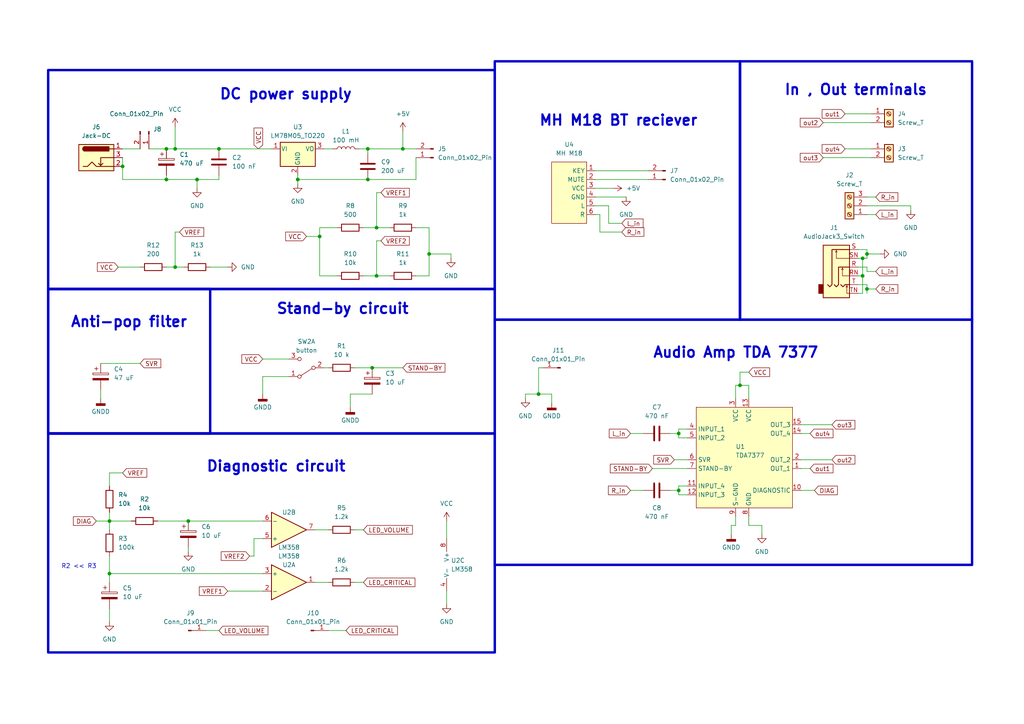
<source format=kicad_sch>
(kicad_sch (version 20230121) (generator eeschema)
  (paper "A4")
  (title_block (title "TDA7377 amp with bluetooth") (rev "1.0") (company "@sov"))
  (lib_symbols
    (symbol "Amplifier_Operational:LM358" (pin_names (offset 0.127))
      (property "Reference" "U" (at 0 5.08 0))
      (property "Value" "LM358" (at 0 -5.08 0))
      (symbol "LM358_1_1"
        (polyline (pts (xy -5.08 5.08) (xy 5.08 0) (xy -5.08 -5.08) (xy -5.08 5.08)) (stroke (width 0.254)) (fill (type background)))
        (pin output line (at 7.62 0 180) (length 2.54) (name "~") (number "1"))
        (pin input line (at -7.62 -2.54 0) (length 2.54) (name "-") (number "2"))
        (pin input line (at -7.62 2.54 0) (length 2.54) (name "+") (number "3"))
      )
      (symbol "LM358_2_1"
        (polyline (pts (xy -5.08 5.08) (xy 5.08 0) (xy -5.08 -5.08) (xy -5.08 5.08)) (stroke (width 0.254)) (fill (type background)))
        (pin input line (at -7.62 2.54 0) (length 2.54) (name "+") (number "5"))
        (pin input line (at -7.62 -2.54 0) (length 2.54) (name "-") (number "6"))
        (pin output line (at 7.62 0 180) (length 2.54) (name "~") (number "7"))
      )
      (symbol "LM358_3_1"
        (pin power_in line (at -2.54 -7.62 90) (length 3.81) (name "V-") (number "4"))
        (pin power_in line (at -2.54 7.62 270) (length 3.81) (name "V+") (number "8"))
      )
    )
    (symbol "Connector:Barrel_Jack_Switch" (pin_names hide)
      (property "Reference" "J" (at 0 5.334 0))
      (property "Value" "Barrel_Jack_Switch" (at 0 -5.08 0))
      (symbol "Barrel_Jack_Switch_0_1"
        (rectangle (start -5.08 3.81) (end 5.08 -3.81) (stroke (width 0.254)) (fill (type background)))
        (arc (start -3.302 3.175) (mid -3.9343 2.54) (end -3.302 1.905) (stroke (width 0.254)))
        (arc (start -3.302 3.175) (mid -3.9343 2.54) (end -3.302 1.905) (stroke (width 0.254)) (fill (type outline)))
        (polyline (pts (xy 1.27 -2.286) (xy 1.905 -1.651)) (stroke (width 0.254)))
        (polyline (pts (xy 5.08 2.54) (xy 3.81 2.54)) (stroke (width 0.254)))
        (polyline (pts (xy 5.08 0) (xy 1.27 0) (xy 1.27 -2.286) (xy 0.635 -1.651)) (stroke (width 0.254)))
        (polyline (pts (xy -3.81 -2.54) (xy -2.54 -2.54) (xy -1.27 -1.27) (xy 0 -2.54) (xy 2.54 -2.54) (xy 5.08 -2.54)) (stroke (width 0.254)))
        (rectangle (start 3.683 3.175) (end -3.302 1.905) (stroke (width 0.254)) (fill (type outline)))
      )
      (symbol "Barrel_Jack_Switch_1_1"
        (pin passive line (at 7.62 2.54 180) (length 2.54) (name "~") (number "1"))
        (pin passive line (at 7.62 -2.54 180) (length 2.54) (name "~") (number "2"))
        (pin passive line (at 7.62 0 180) (length 2.54) (name "~") (number "3"))
      )
    )
    (symbol "Connector:Conn_01x01_Pin" (pin_names (offset 1.016) hide)
      (property "Reference" "J" (at 0 2.54 0))
      (property "Value" "Conn_01x01_Pin" (at 0 -2.54 0))
      (symbol "Conn_01x01_Pin_1_1"
        (polyline (pts (xy 1.27 0) (xy 0.8636 0)) (stroke (width 0.1524)))
        (rectangle (start 0.8636 0.127) (end 0 -0.127) (stroke (width 0.1524)) (fill (type outline)))
        (pin passive line (at 5.08 0 180) (length 3.81) (name "Pin_1") (number "1"))
      )
    )
    (symbol "Connector:Conn_01x02_Pin" (pin_names (offset 1.016) hide)
      (property "Reference" "J" (at 0 2.54 0))
      (property "Value" "Conn_01x02_Pin" (at 0 -5.08 0))
      (symbol "Conn_01x02_Pin_1_1"
        (polyline (pts (xy 1.27 -2.54) (xy 0.8636 -2.54)) (stroke (width 0.1524)))
        (polyline (pts (xy 1.27 0) (xy 0.8636 0)) (stroke (width 0.1524)))
        (rectangle (start 0.8636 -2.413) (end 0 -2.667) (stroke (width 0.1524)) (fill (type outline)))
        (rectangle (start 0.8636 0.127) (end 0 -0.127) (stroke (width 0.1524)) (fill (type outline)))
        (pin passive line (at 5.08 0 180) (length 3.81) (name "Pin_1") (number "1"))
        (pin passive line (at 5.08 -2.54 180) (length 3.81) (name "Pin_2") (number "2"))
      )
    )
    (symbol "Connector:Screw_Terminal_01x02" (pin_names (offset 1.016) hide)
      (property "Reference" "J" (at 0 2.54 0))
      (property "Value" "Screw_Terminal_01x02" (at 0 -5.08 0))
      (symbol "Screw_Terminal_01x02_1_1"
        (rectangle (start -1.27 1.27) (end 1.27 -3.81) (stroke (width 0.254)) (fill (type background)))
        (circle (center 0 -2.54) (radius 0.635) (stroke (width 0.1524)))
        (polyline (pts (xy -0.5334 -2.2098) (xy 0.3302 -3.048)) (stroke (width 0.1524)))
        (polyline (pts (xy -0.5334 0.3302) (xy 0.3302 -0.508)) (stroke (width 0.1524)))
        (polyline (pts (xy -0.3556 -2.032) (xy 0.508 -2.8702)) (stroke (width 0.1524)))
        (polyline (pts (xy -0.3556 0.508) (xy 0.508 -0.3302)) (stroke (width 0.1524)))
        (circle (center 0 0) (radius 0.635) (stroke (width 0.1524)))
        (pin passive line (at -5.08 0 0) (length 3.81) (name "Pin_1") (number "1"))
        (pin passive line (at -5.08 -2.54 0) (length 3.81) (name "Pin_2") (number "2"))
      )
    )
    (symbol "Connector:Screw_Terminal_01x03" (pin_names (offset 1.016) hide)
      (property "Reference" "J" (at 0 5.08 0))
      (property "Value" "Screw_Terminal_01x03" (at 0 -5.08 0))
      (symbol "Screw_Terminal_01x03_1_1"
        (rectangle (start -1.27 3.81) (end 1.27 -3.81) (stroke (width 0.254)) (fill (type background)))
        (circle (center 0 -2.54) (radius 0.635) (stroke (width 0.1524)))
        (polyline (pts (xy -0.5334 -2.2098) (xy 0.3302 -3.048)) (stroke (width 0.1524)))
        (polyline (pts (xy -0.5334 0.3302) (xy 0.3302 -0.508)) (stroke (width 0.1524)))
        (polyline (pts (xy -0.5334 2.8702) (xy 0.3302 2.032)) (stroke (width 0.1524)))
        (polyline (pts (xy -0.3556 -2.032) (xy 0.508 -2.8702)) (stroke (width 0.1524)))
        (polyline (pts (xy -0.3556 0.508) (xy 0.508 -0.3302)) (stroke (width 0.1524)))
        (polyline (pts (xy -0.3556 3.048) (xy 0.508 2.2098)) (stroke (width 0.1524)))
        (circle (center 0 0) (radius 0.635) (stroke (width 0.1524)))
        (circle (center 0 2.54) (radius 0.635) (stroke (width 0.1524)))
        (pin passive line (at -5.08 2.54 0) (length 3.81) (name "Pin_1") (number "1"))
        (pin passive line (at -5.08 0 0) (length 3.81) (name "Pin_2") (number "2"))
        (pin passive line (at -5.08 -2.54 0) (length 3.81) (name "Pin_3") (number "3"))
      )
    )
    (symbol "Connector_Audio:AudioJack3_Switch"
      (property "Reference" "J" (at 0 11.43 0))
      (property "Value" "AudioJack3_Switch" (at 0 8.89 0))
      (symbol "AudioJack3_Switch_0_1"
        (rectangle (start -5.08 -5.08) (end -6.35 -7.62) (stroke (width 0.254)) (fill (type outline)))
        (polyline (pts (xy -1.27 4.826) (xy -1.016 4.318)))
        (polyline (pts (xy 0.508 -0.254) (xy 0.762 -0.762)))
        (polyline (pts (xy 1.778 -5.334) (xy 2.032 -5.842)))
        (polyline (pts (xy 0 -5.08) (xy 0.635 -5.715) (xy 1.27 -5.08) (xy 2.54 -5.08)) (stroke (width 0.254)))
        (polyline (pts (xy 2.54 -7.62) (xy 1.778 -7.62) (xy 1.778 -5.334) (xy 1.524 -5.842)))
        (polyline (pts (xy 2.54 -2.54) (xy 0.508 -2.54) (xy 0.508 -0.254) (xy 0.254 -0.762)))
        (polyline (pts (xy 2.54 2.54) (xy -1.27 2.54) (xy -1.27 4.826) (xy -1.524 4.318)))
        (polyline (pts (xy -1.905 -5.08) (xy -1.27 -5.715) (xy -0.635 -5.08) (xy -0.635 0) (xy 2.54 0)) (stroke (width 0.254)))
        (polyline (pts (xy 2.54 5.08) (xy -2.54 5.08) (xy -2.54 -5.08) (xy -3.175 -5.715) (xy -3.81 -5.08)) (stroke (width 0.254)))
        (rectangle (start 2.54 6.35) (end -5.08 -8.89) (stroke (width 0.254)) (fill (type background)))
      )
      (symbol "AudioJack3_Switch_1_1"
        (pin passive line (at 5.08 0 180) (length 2.54) (name "~") (number "R"))
        (pin passive line (at 5.08 -2.54 180) (length 2.54) (name "~") (number "RN"))
        (pin passive line (at 5.08 5.08 180) (length 2.54) (name "~") (number "S"))
        (pin passive line (at 5.08 2.54 180) (length 2.54) (name "~") (number "SN"))
        (pin passive line (at 5.08 -5.08 180) (length 2.54) (name "~") (number "T"))
        (pin passive line (at 5.08 -7.62 180) (length 2.54) (name "~") (number "TN"))
      )
    )
    (symbol "Device:C" (pin_numbers hide) (pin_names (offset 0.254))
      (property "Reference" "C" (at 0.635 2.54 0))
      (property "Value" "C" (at 0.635 -2.54 0))
      (symbol "C_0_1"
        (polyline (pts (xy -2.032 -0.762) (xy 2.032 -0.762)) (stroke (width 0.508)))
        (polyline (pts (xy -2.032 0.762) (xy 2.032 0.762)) (stroke (width 0.508)))
      )
      (symbol "C_1_1"
        (pin passive line (at 0 3.81 270) (length 2.794) (name "~") (number "1"))
        (pin passive line (at 0 -3.81 90) (length 2.794) (name "~") (number "2"))
      )
    )
    (symbol "Device:C_Polarized" (pin_numbers hide) (pin_names (offset 0.254))
      (property "Reference" "C" (at 0.635 2.54 0))
      (property "Value" "C_Polarized" (at 0.635 -2.54 0))
      (symbol "C_Polarized_0_1"
        (rectangle (start -2.286 0.508) (end 2.286 1.016))
        (polyline (pts (xy -1.778 2.286) (xy -0.762 2.286)))
        (polyline (pts (xy -1.27 2.794) (xy -1.27 1.778)))
        (rectangle (start 2.286 -0.508) (end -2.286 -1.016) (fill (type outline)))
      )
      (symbol "C_Polarized_1_1"
        (pin passive line (at 0 3.81 270) (length 2.794) (name "~") (number "1"))
        (pin passive line (at 0 -3.81 90) (length 2.794) (name "~") (number "2"))
      )
    )
    (symbol "Device:L" (pin_numbers hide) (pin_names (offset 1.016) hide)
      (property "Reference" "L" (at -1.27 0 90))
      (property "Value" "L" (at 1.905 0 90))
      (symbol "L_0_1"
        (arc (start 0 -2.54) (mid 0.6323 -1.905) (end 0 -1.27))
        (arc (start 0 -1.27) (mid 0.6323 -0.635) (end 0 0))
        (arc (start 0 0) (mid 0.6323 0.635) (end 0 1.27))
        (arc (start 0 1.27) (mid 0.6323 1.905) (end 0 2.54))
      )
      (symbol "L_1_1"
        (pin passive line (at 0 3.81 270) (length 1.27) (name "1") (number "1"))
        (pin passive line (at 0 -3.81 90) (length 1.27) (name "2") (number "2"))
      )
    )
    (symbol "Device:R" (pin_numbers hide) (pin_names (offset 0))
      (property "Reference" "R" (at 2.032 0 90))
      (property "Value" "R" (at 0 0 90))
      (symbol "R_0_1"
        (rectangle (start -1.016 -2.54) (end 1.016 2.54) (stroke (width 0.254)))
      )
      (symbol "R_1_1"
        (pin passive line (at 0 3.81 270) (length 1.27) (name "~") (number "1"))
        (pin passive line (at 0 -3.81 90) (length 1.27) (name "~") (number "2"))
      )
    )
    (symbol "MH:M18"
      (property "Reference" "U" (at 0 0 0))
      (property "Value" "MH M18" (at -5.08 -10.16 0))
      (symbol "M18_0_0"
        (pin input line (at 7.62 -3.81 180) (length 2.54) (name "KEY") (number "1"))
        (pin input line (at 7.62 -6.35 180) (length 2.54) (name "MUTE") (number "2"))
        (pin input line (at 7.62 -8.89 180) (length 2.54) (name "VCC") (number "3"))
        (pin input line (at 7.62 -11.43 180) (length 2.54) (name "GND") (number "4"))
        (pin input line (at 7.62 -13.97 180) (length 2.54) (name "L") (number "5"))
        (pin input line (at 7.62 -16.51 180) (length 2.54) (name "R") (number "6"))
      )
      (symbol "M18_1_1"
        (rectangle (start -5.08 -1.27) (end 5.08 -19.05) (fill (type background)))
      )
    )
    (symbol "Regulator_Linear:LM78M05_TO220" (pin_names (offset 0.254))
      (property "Reference" "U" (at -3.81 3.175 0))
      (property "Value" "LM78M05_TO220" (at 0 3.175 0))
      (symbol "LM78M05_TO220_0_1"
        (rectangle (start -5.08 1.905) (end 5.08 -5.08) (stroke (width 0.254)) (fill (type background)))
      )
      (symbol "LM78M05_TO220_1_1"
        (pin power_in line (at -7.62 0 0) (length 2.54) (name "VI") (number "1"))
        (pin power_in line (at 0 -7.62 90) (length 2.54) (name "GND") (number "2"))
        (pin power_out line (at 7.62 0 180) (length 2.54) (name "VO") (number "3"))
      )
    )
    (symbol "Switch:SW_DPDT_x2" (pin_names (offset 0) hide)
      (property "Reference" "SW" (at 0 4.318 0))
      (property "Value" "SW_DPDT_x2" (at 0 -5.08 0))
      (symbol "SW_DPDT_x2_0_0"
        (circle (center -2.032 0) (radius 0.508))
        (circle (center 2.032 -2.54) (radius 0.508))
      )
      (symbol "SW_DPDT_x2_0_1"
        (polyline (pts (xy -1.524 0.254) (xy 1.651 2.286)))
        (circle (center 2.032 2.54) (radius 0.508))
      )
      (symbol "SW_DPDT_x2_1_1"
        (pin passive line (at 5.08 2.54 180) (length 2.54) (name "A") (number "1"))
        (pin passive line (at -5.08 0 0) (length 2.54) (name "B") (number "2"))
        (pin passive line (at 5.08 -2.54 180) (length 2.54) (name "C") (number "3"))
      )
      (symbol "SW_DPDT_x2_2_1"
        (pin passive line (at 5.08 2.54 180) (length 2.54) (name "A") (number "4"))
        (pin passive line (at -5.08 0 0) (length 2.54) (name "B") (number "5"))
        (pin passive line (at 5.08 -2.54 180) (length 2.54) (name "C") (number "6"))
      )
    )
    (symbol "TDA7377:TDA7377"
      (property "Reference" "U" (at 2.54 1.27 0))
      (property "Value" "TDA7377" (at 2.54 -2.54 0))
      (symbol "TDA7377_0_0"
        (pin output line (at 17.78 -5.08 180) (length 2.54) (name "OUT_1") (number "1"))
        (pin output line (at 17.78 -11.43 180) (length 2.54) (name "DIAGNOSTIC") (number "10"))
        (pin input line (at -15.24 -10.16 0) (length 2.54) (name "INPUT_4") (number "11"))
        (pin input line (at -15.24 -12.7 0) (length 2.54) (name "INPUT_3") (number "12"))
        (pin power_in line (at 2.54 15.24 270) (length 2.54) (name "VCC") (number "13"))
        (pin output line (at 17.78 5.08 180) (length 2.54) (name "OUT_4") (number "14"))
        (pin output line (at 17.78 7.62 180) (length 2.54) (name "OUT_3") (number "15"))
        (pin output line (at 17.78 -2.54 180) (length 2.54) (name "OUT_2") (number "2"))
        (pin power_in line (at -1.27 15.24 270) (length 2.54) (name "VCC") (number "3"))
        (pin input line (at -15.24 6.35 0) (length 2.54) (name "INPUT_1") (number "4"))
        (pin input line (at -15.24 3.81 0) (length 2.54) (name "INPUT_2") (number "5"))
        (pin bidirectional line (at -15.24 -2.54 0) (length 2.54) (name "SVR") (number "6"))
        (pin input line (at -15.24 -5.08 0) (length 2.54) (name "STAND-BY") (number "7"))
        (pin power_in line (at 2.54 -19.05 90) (length 2.54) (name "GND") (number "8"))
        (pin power_in line (at -1.27 -19.05 90) (length 2.54) (name "S-GND") (number "9"))
      )
      (symbol "TDA7377_1_1"
        (rectangle (start -12.7 12.7) (end 15.24 -16.51) (fill (type background)))
      )
    )
    (symbol "power:+5V" (power) (pin_names (offset 0))
      (property "Value" "+5V" (at 0 3.556 0))
      (symbol "+5V_0_1"
        (polyline (pts (xy -0.762 1.27) (xy 0 2.54)))
        (polyline (pts (xy 0 0) (xy 0 2.54)))
        (polyline (pts (xy 0 2.54) (xy 0.762 1.27)))
      )
      (symbol "+5V_1_1"
        (pin power_in line (at 0 0 90) (length 0) hide (name "+5V") (number "1"))
      )
    )
    (symbol "power:GND" (power) (pin_names (offset 0))
      (property "Value" "GND" (at 0 -3.81 0))
      (symbol "GND_0_1"
        (polyline (pts (xy 0 0) (xy 0 -1.27) (xy 1.27 -1.27) (xy 0 -2.54) (xy -1.27 -1.27) (xy 0 -1.27)))
      )
      (symbol "GND_1_1"
        (pin power_in line (at 0 0 270) (length 0) hide (name "GND") (number "1"))
      )
    )
    (symbol "power:GNDD" (power) (pin_names (offset 0))
      (property "Value" "GNDD" (at 0 -3.175 0))
      (symbol "GNDD_0_1"
        (rectangle (start -1.27 -1.524) (end 1.27 -2.032) (stroke (width 0.254)) (fill (type outline)))
        (polyline (pts (xy 0 0) (xy 0 -1.524)))
      )
      (symbol "GNDD_1_1"
        (pin power_in line (at 0 0 270) (length 0) hide (name "GNDD") (number "1"))
      )
    )
    (symbol "power:VCC" (power) (pin_names (offset 0))
      (property "Value" "VCC" (at 0 3.81 0))
      (symbol "VCC_0_1"
        (polyline (pts (xy -0.762 1.27) (xy 0 2.54)))
        (polyline (pts (xy 0 0) (xy 0 2.54)))
        (polyline (pts (xy 0 2.54) (xy 0.762 1.27)))
      )
      (symbol "VCC_1_1"
        (pin power_in line (at 0 0 90) (length 0) hide (name "VCC") (number "1"))
      )
    )
  )
  (junction (at 196.85 125.73))
  (junction (at 86.36 52.07))
  (junction (at 109.22 80.01))
  (junction (at 109.22 66.04))
  (junction (at 116.84 43.18))
  (junction (at 251.46 83.82))
  (junction (at 250.19 80.01))
  (junction (at 196.85 142.24))
  (junction (at 48.26 43.18))
  (junction (at 107.95 106.68))
  (junction (at 106.68 43.18))
  (junction (at 63.5 43.18))
  (junction (at 35.56 48.26))
  (junction (at 251.46 73.66))
  (junction (at 214.63 111.76))
  (junction (at 92.71 68.58))
  (junction (at 48.26 52.07))
  (junction (at 50.8 43.18))
  (junction (at 54.61 151.13))
  (junction (at 156.21 114.3))
  (junction (at 50.8 77.47))
  (junction (at 31.75 166.37))
  (junction (at 57.15 52.07))
  (junction (at 31.75 151.13))
  (junction (at 106.68 52.07))
  (junction (at 250.19 74.93))
  (junction (at 124.46 73.66))
  (wire (pts (xy 182.88 125.73) (xy 186.69 125.73)))
  (wire (pts (xy 92.71 66.04) (xy 97.79 66.04)))
  (wire (pts (xy 199.39 127) (xy 196.85 127)))
  (wire (pts (xy 105.41 80.01) (xy 109.22 80.01)))
  (wire (pts (xy 106.68 43.18) (xy 106.68 44.45)))
  (wire (pts (xy 76.2 109.22) (xy 76.2 114.3)))
  (wire (pts (xy 45.72 151.13) (xy 54.61 151.13)))
  (wire (pts (xy 93.98 43.18) (xy 96.52 43.18)))
  (wire (pts (xy 63.5 52.07) (xy 63.5 50.8)))
  (wire (pts (xy 52.07 67.31) (xy 50.8 67.31)))
  (wire (pts (xy 172.72 59.69) (xy 176.53 59.69)))
  (wire (pts (xy 106.68 52.07) (xy 120.65 52.07)))
  (wire (pts (xy 251.46 59.69) (xy 264.16 59.69)))
  (wire (pts (xy 172.72 49.53) (xy 187.96 49.53)))
  (wire (pts (xy 214.63 107.95) (xy 214.63 111.76)))
  (wire (pts (xy 31.75 166.37) (xy 76.2 166.37)))
  (wire (pts (xy 120.65 80.01) (xy 124.46 80.01)))
  (wire (pts (xy 63.5 43.18) (xy 78.74 43.18)))
  (wire (pts (xy 251.46 73.66) (xy 251.46 74.93)))
  (wire (pts (xy 248.92 82.55) (xy 251.46 82.55)))
  (wire (pts (xy 199.39 143.51) (xy 196.85 143.51)))
  (wire (pts (xy 86.36 50.8) (xy 86.36 52.07)))
  (wire (pts (xy 91.44 168.91) (xy 95.25 168.91)))
  (wire (pts (xy 57.15 52.07) (xy 63.5 52.07)))
  (wire (pts (xy 248.92 72.39) (xy 251.46 72.39)))
  (wire (pts (xy 196.85 142.24) (xy 196.85 140.97)))
  (wire (pts (xy 116.84 43.18) (xy 120.65 43.18)))
  (wire (pts (xy 102.87 168.91) (xy 105.41 168.91)))
  (wire (pts (xy 66.04 171.45) (xy 76.2 171.45)))
  (wire (pts (xy 248.92 85.09) (xy 250.19 85.09)))
  (wire (pts (xy 213.36 111.76) (xy 213.36 115.57)))
  (wire (pts (xy 129.54 171.45) (xy 129.54 175.26)))
  (wire (pts (xy 173.99 67.31) (xy 180.34 67.31)))
  (wire (pts (xy 217.17 149.86) (xy 217.17 152.4)))
  (wire (pts (xy 48.26 52.07) (xy 57.15 52.07)))
  (wire (pts (xy 73.66 156.21) (xy 73.66 161.29)))
  (wire (pts (xy 212.09 154.94) (xy 212.09 152.4)))
  (wire (pts (xy 27.94 151.13) (xy 31.75 151.13)))
  (wire (pts (xy 31.75 161.29) (xy 31.75 166.37)))
  (wire (pts (xy 35.56 137.16) (xy 31.75 137.16)))
  (wire (pts (xy 196.85 125.73) (xy 196.85 124.46)))
  (wire (pts (xy 232.41 125.73) (xy 234.95 125.73)))
  (wire (pts (xy 248.92 74.93) (xy 250.19 74.93)))
  (wire (pts (xy 196.85 127) (xy 196.85 125.73)))
  (wire (pts (xy 48.26 77.47) (xy 50.8 77.47)))
  (wire (pts (xy 50.8 77.47) (xy 53.34 77.47)))
  (wire (pts (xy 176.53 64.77) (xy 180.34 64.77)))
  (wire (pts (xy 50.8 43.18) (xy 63.5 43.18)))
  (wire (pts (xy 95.25 182.88) (xy 100.33 182.88)))
  (wire (pts (xy 196.85 143.51) (xy 196.85 142.24)))
  (wire (pts (xy 195.58 133.35) (xy 199.39 133.35)))
  (wire (pts (xy 110.49 69.85) (xy 109.22 69.85)))
  (wire (pts (xy 172.72 52.07) (xy 187.96 52.07)))
  (wire (pts (xy 92.71 68.58) (xy 92.71 80.01)))
  (wire (pts (xy 43.18 43.18) (xy 48.26 43.18)))
  (wire (pts (xy 251.46 57.15) (xy 254 57.15)))
  (wire (pts (xy 248.92 77.47) (xy 251.46 77.47)))
  (wire (pts (xy 48.26 50.8) (xy 48.26 52.07)))
  (wire (pts (xy 101.6 114.3) (xy 101.6 118.11)))
  (wire (pts (xy 31.75 176.53) (xy 31.75 180.34)))
  (wire (pts (xy 217.17 115.57) (xy 217.17 111.76)))
  (wire (pts (xy 107.95 114.3) (xy 101.6 114.3)))
  (wire (pts (xy 251.46 62.23) (xy 254 62.23)))
  (wire (pts (xy 107.95 106.68) (xy 116.84 106.68)))
  (wire (pts (xy 86.36 52.07) (xy 86.36 53.34)))
  (wire (pts (xy 34.29 77.47) (xy 40.64 77.47)))
  (wire (pts (xy 93.98 106.68) (xy 95.25 106.68)))
  (wire (pts (xy 29.21 105.41) (xy 40.64 105.41)))
  (wire (pts (xy 35.56 45.72) (xy 35.56 48.26)))
  (wire (pts (xy 189.23 135.89) (xy 199.39 135.89)))
  (wire (pts (xy 194.31 142.24) (xy 196.85 142.24)))
  (wire (pts (xy 232.41 142.24) (xy 236.22 142.24)))
  (wire (pts (xy 212.09 152.4) (xy 213.36 152.4)))
  (wire (pts (xy 156.21 106.68) (xy 156.21 114.3)))
  (wire (pts (xy 124.46 73.66) (xy 124.46 66.04)))
  (wire (pts (xy 102.87 106.68) (xy 107.95 106.68)))
  (wire (pts (xy 251.46 77.47) (xy 251.46 78.74)))
  (wire (pts (xy 250.19 74.93) (xy 250.19 80.01)))
  (wire (pts (xy 50.8 36.83) (xy 50.8 43.18)))
  (wire (pts (xy 130.81 74.93) (xy 130.81 73.66)))
  (wire (pts (xy 76.2 156.21) (xy 73.66 156.21)))
  (wire (pts (xy 109.22 55.88) (xy 109.22 66.04)))
  (wire (pts (xy 196.85 140.97) (xy 199.39 140.97)))
  (wire (pts (xy 124.46 66.04) (xy 120.65 66.04)))
  (wire (pts (xy 124.46 80.01) (xy 124.46 73.66)))
  (wire (pts (xy 251.46 83.82) (xy 254 83.82)))
  (wire (pts (xy 54.61 151.13) (xy 76.2 151.13)))
  (wire (pts (xy 245.11 33.02) (xy 252.73 33.02)))
  (wire (pts (xy 73.66 161.29) (xy 72.39 161.29)))
  (wire (pts (xy 109.22 66.04) (xy 113.03 66.04)))
  (wire (pts (xy 217.17 107.95) (xy 214.63 107.95)))
  (wire (pts (xy 264.16 59.69) (xy 264.16 60.96)))
  (wire (pts (xy 76.2 104.14) (xy 83.82 104.14)))
  (wire (pts (xy 31.75 151.13) (xy 31.75 153.67)))
  (wire (pts (xy 91.44 153.67) (xy 95.25 153.67)))
  (wire (pts (xy 50.8 67.31) (xy 50.8 77.47)))
  (wire (pts (xy 35.56 48.26) (xy 35.56 52.07)))
  (wire (pts (xy 217.17 111.76) (xy 214.63 111.76)))
  (wire (pts (xy 130.81 73.66) (xy 124.46 73.66)))
  (wire (pts (xy 88.9 68.58) (xy 92.71 68.58)))
  (wire (pts (xy 156.21 114.3) (xy 152.4 114.3)))
  (wire (pts (xy 232.41 133.35) (xy 241.3 133.35)))
  (wire (pts (xy 54.61 158.75) (xy 54.61 160.02)))
  (wire (pts (xy 157.48 106.68) (xy 156.21 106.68)))
  (wire (pts (xy 196.85 124.46) (xy 199.39 124.46)))
  (wire (pts (xy 60.96 77.47) (xy 66.04 77.47)))
  (wire (pts (xy 110.49 55.88) (xy 109.22 55.88)))
  (wire (pts (xy 92.71 80.01) (xy 97.79 80.01)))
  (wire (pts (xy 238.76 35.56) (xy 252.73 35.56)))
  (wire (pts (xy 245.11 43.18) (xy 252.73 43.18)))
  (wire (pts (xy 182.88 142.24) (xy 186.69 142.24)))
  (wire (pts (xy 86.36 52.07) (xy 106.68 52.07)))
  (wire (pts (xy 160.02 116.84) (xy 160.02 114.3)))
  (wire (pts (xy 172.72 62.23) (xy 173.99 62.23)))
  (wire (pts (xy 104.14 43.18) (xy 106.68 43.18)))
  (wire (pts (xy 217.17 152.4) (xy 220.98 152.4)))
  (wire (pts (xy 213.36 149.86) (xy 213.36 152.4)))
  (wire (pts (xy 57.15 52.07) (xy 57.15 54.61)))
  (wire (pts (xy 35.56 43.18) (xy 40.64 43.18)))
  (wire (pts (xy 194.31 125.73) (xy 196.85 125.73)))
  (wire (pts (xy 31.75 148.59) (xy 31.75 151.13)))
  (wire (pts (xy 173.99 67.31) (xy 173.99 62.23)))
  (wire (pts (xy 29.21 113.03) (xy 29.21 115.57)))
  (wire (pts (xy 92.71 66.04) (xy 92.71 68.58)))
  (wire (pts (xy 238.76 45.72) (xy 252.73 45.72)))
  (wire (pts (xy 31.75 137.16) (xy 31.75 140.97)))
  (wire (pts (xy 59.69 182.88) (xy 63.5 182.88)))
  (wire (pts (xy 232.41 123.19) (xy 241.3 123.19)))
  (wire (pts (xy 176.53 59.69) (xy 176.53 64.77)))
  (wire (pts (xy 105.41 66.04) (xy 109.22 66.04)))
  (wire (pts (xy 83.82 109.22) (xy 76.2 109.22)))
  (wire (pts (xy 220.98 152.4) (xy 220.98 154.94)))
  (wire (pts (xy 102.87 153.67) (xy 105.41 153.67)))
  (wire (pts (xy 251.46 82.55) (xy 251.46 83.82)))
  (wire (pts (xy 172.72 54.61) (xy 177.8 54.61)))
  (wire (pts (xy 251.46 72.39) (xy 251.46 73.66)))
  (wire (pts (xy 250.19 85.09) (xy 250.19 80.01)))
  (wire (pts (xy 251.46 78.74) (xy 254 78.74)))
  (wire (pts (xy 129.54 151.13) (xy 129.54 156.21)))
  (wire (pts (xy 109.22 69.85) (xy 109.22 80.01)))
  (wire (pts (xy 48.26 43.18) (xy 50.8 43.18)))
  (wire (pts (xy 152.4 114.3) (xy 152.4 115.57)))
  (wire (pts (xy 172.72 57.15) (xy 181.61 57.15)))
  (wire (pts (xy 160.02 114.3) (xy 156.21 114.3)))
  (wire (pts (xy 120.65 45.72) (xy 120.65 52.07)))
  (wire (pts (xy 31.75 151.13) (xy 38.1 151.13)))
  (wire (pts (xy 250.19 80.01) (xy 248.92 80.01)))
  (wire (pts (xy 106.68 43.18) (xy 116.84 43.18)))
  (wire (pts (xy 116.84 38.1) (xy 116.84 43.18)))
  (wire (pts (xy 35.56 52.07) (xy 48.26 52.07)))
  (wire (pts (xy 251.46 73.66) (xy 255.27 73.66)))
  (wire (pts (xy 31.75 166.37) (xy 31.75 168.91)))
  (wire (pts (xy 214.63 111.76) (xy 213.36 111.76)))
  (wire (pts (xy 232.41 135.89) (xy 234.95 135.89)))
  (wire (pts (xy 250.19 74.93) (xy 251.46 74.93)))
  (wire (pts (xy 109.22 80.01) (xy 113.03 80.01)))
  (wire (pts (xy 251.46 83.82) (xy 251.46 85.09)))
  (rectangle (start 13.97 125.73) (end 143.51 189.23) (stroke (width 0.7)))
  (rectangle (start 143.51 92.71) (end 281.94 163.83) (stroke (width 0.7)))
  (rectangle (start 13.97 83.82) (end 60.96 125.73) (stroke (width 0.7)))
  (rectangle (start 143.51 17.78) (end 214.63 92.71) (stroke (width 0.7)))
  (rectangle (start 13.97 83.82) (end 143.51 125.73) (stroke (width 0.7)))
  (rectangle (start 214.63 17.78) (end 281.94 92.71) (stroke (width 0.7)))
  (rectangle (start 13.97 20.32) (end 143.51 83.82) (stroke (width 0.7)))
  (text "MH M18 BT reciever" (at 156.21 36.83 0) (effects (font (size 3 3) (thickness 0.6) bold) (justify left bottom)))
  (text "Audio Amp TDA 7377" (at 189.23 104.14 0) (effects (font (size 3 3) (thickness 0.6) bold) (justify left bottom)))
  (text "Diagnostic circuit" (at 59.69 137.16 0) (effects (font (size 3 3) (thickness 0.6) bold) (justify left bottom)))
  (text "Stand-by circuit" (at 80.01 91.44 0) (effects (font (size 3 3) (thickness 0.6) bold) (justify left bottom)))
  (text "DC power supply\n" (at 63.5 29.21 0) (effects (font (size 3 3) (thickness 0.6) bold) (justify left bottom)))
  (text "In , Out terminals" (at 227.33 27.94 0) (effects (font (size 3 3) (thickness 0.6) bold) (justify left bottom)))
  (text "R2 << R3" (at 17.78 165.1 0) (effects (font (size 1.27 1.27)) (justify left bottom)))
  (text "Anti-pop filter" (at 20.32 95.25 0) (effects (font (size 3 3) (thickness 0.6) bold) (justify left bottom)))
  (global_label "VREF2" (shape input) (at 110.49 69.85 0) (property "Intersheetrefs" "${INTERSHEET_REFS}" (effects hide)))
  (global_label "out3" (shape input) (at 238.76 45.72 180) (property "Intersheetrefs" "${INTERSHEET_REFS}" (effects hide)))
  (global_label "LED_CRITICAL" (shape input) (at 100.33 182.88 0) (property "Intersheetrefs" "${INTERSHEET_REFS}" (effects hide)))
  (global_label "VCC" (shape input) (at 74.93 43.18 90) (property "Intersheetrefs" "${INTERSHEET_REFS}" (effects hide)))
  (global_label "DIAG" (shape input) (at 236.22 142.24 0) (property "Intersheetrefs" "${INTERSHEET_REFS}" (effects hide)))
  (global_label "VCC" (shape input) (at 217.17 107.95 0) (property "Intersheetrefs" "${INTERSHEET_REFS}" (effects hide)))
  (global_label "R_in" (shape input) (at 180.34 67.31 0) (property "Intersheetrefs" "${INTERSHEET_REFS}" (effects hide)))
  (global_label "SVR" (shape input) (at 195.58 133.35 180) (property "Intersheetrefs" "${INTERSHEET_REFS}" (effects hide)))
  (global_label "L_in" (shape input) (at 254 62.23 0) (property "Intersheetrefs" "${INTERSHEET_REFS}" (effects hide)))
  (global_label "LED_CRITICAL" (shape input) (at 105.41 168.91 0) (property "Intersheetrefs" "${INTERSHEET_REFS}" (effects hide)))
  (global_label "out1" (shape input) (at 234.95 135.89 0) (property "Intersheetrefs" "${INTERSHEET_REFS}" (effects hide)))
  (global_label "STAND-BY" (shape input) (at 116.84 106.68 0) (property "Intersheetrefs" "${INTERSHEET_REFS}" (effects hide)))
  (global_label "VCC" (shape input) (at 34.29 77.47 180) (property "Intersheetrefs" "${INTERSHEET_REFS}" (effects hide)))
  (global_label "LED_VOLUME" (shape input) (at 105.41 153.67 0) (property "Intersheetrefs" "${INTERSHEET_REFS}" (effects hide)))
  (global_label "out2" (shape input) (at 241.3 133.35 0) (property "Intersheetrefs" "${INTERSHEET_REFS}" (effects hide)))
  (global_label "VREF" (shape input) (at 35.56 137.16 0) (property "Intersheetrefs" "${INTERSHEET_REFS}" (effects hide)))
  (global_label "L_in" (shape input) (at 182.88 125.73 180) (property "Intersheetrefs" "${INTERSHEET_REFS}" (effects hide)))
  (global_label "R_in" (shape input) (at 254 83.82 0) (property "Intersheetrefs" "${INTERSHEET_REFS}" (effects hide)))
  (global_label "SVR" (shape input) (at 40.64 105.41 0) (property "Intersheetrefs" "${INTERSHEET_REFS}" (effects hide)))
  (global_label "VREF1" (shape input) (at 110.49 55.88 0) (property "Intersheetrefs" "${INTERSHEET_REFS}" (effects hide)))
  (global_label "out3" (shape input) (at 241.3 123.19 0) (property "Intersheetrefs" "${INTERSHEET_REFS}" (effects hide)))
  (global_label "out4" (shape input) (at 234.95 125.73 0) (property "Intersheetrefs" "${INTERSHEET_REFS}" (effects hide)))
  (global_label "out1" (shape input) (at 245.11 33.02 180) (property "Intersheetrefs" "${INTERSHEET_REFS}" (effects hide)))
  (global_label "VREF2" (shape input) (at 72.39 161.29 180) (property "Intersheetrefs" "${INTERSHEET_REFS}" (effects hide)))
  (global_label "VREF" (shape input) (at 52.07 67.31 0) (property "Intersheetrefs" "${INTERSHEET_REFS}" (effects hide)))
  (global_label "out2" (shape input) (at 238.76 35.56 180) (property "Intersheetrefs" "${INTERSHEET_REFS}" (effects hide)))
  (global_label "STAND-BY" (shape input) (at 189.23 135.89 180) (property "Intersheetrefs" "${INTERSHEET_REFS}" (effects hide)))
  (global_label "VCC" (shape input) (at 76.2 104.14 180) (property "Intersheetrefs" "${INTERSHEET_REFS}" (effects hide)))
  (global_label "R_in" (shape input) (at 182.88 142.24 180) (property "Intersheetrefs" "${INTERSHEET_REFS}" (effects hide)))
  (global_label "L_in" (shape input) (at 254 78.74 0) (property "Intersheetrefs" "${INTERSHEET_REFS}" (effects hide)))
  (global_label "VCC" (shape input) (at 88.9 68.58 180) (property "Intersheetrefs" "${INTERSHEET_REFS}" (effects hide)))
  (global_label "L_in" (shape input) (at 180.34 64.77 0) (property "Intersheetrefs" "${INTERSHEET_REFS}" (effects hide)))
  (global_label "DIAG" (shape input) (at 27.94 151.13 180) (property "Intersheetrefs" "${INTERSHEET_REFS}" (effects hide)))
  (global_label "out4" (shape input) (at 245.11 43.18 180) (property "Intersheetrefs" "${INTERSHEET_REFS}" (effects hide)))
  (global_label "VREF1" (shape input) (at 66.04 171.45 180) (property "Intersheetrefs" "${INTERSHEET_REFS}" (effects hide)))
  (global_label "R_in" (shape input) (at 254 57.15 0) (property "Intersheetrefs" "${INTERSHEET_REFS}" (effects hide)))
  (global_label "LED_VOLUME" (shape input) (at 63.5 182.88 0) (property "Intersheetrefs" "${INTERSHEET_REFS}" (effects hide)))
  (symbol (lib_id "power:GND") (at 152.4 115.57 0) (unit 1)
    (property "Reference" "#PWR019" (effects hide))
    (property "Value" "GND" (at 152.4 120.65 0))
  )
  (symbol (lib_id "power:GNDD") (at 101.6 118.11 0) (unit 1)
    (property "Reference" "#PWR06" (effects hide))
    (property "Value" "GNDD" (at 101.6 121.92 0))
  )
  (symbol (lib_id "Connector:Conn_01x02_Pin") (at 43.18 38.1 270) (unit 1)
    (property "Reference" "J8" (at 44.45 37.465 90) (effects (justify left)))
    (property "Value" "Conn_01x02_Pin" (at 31.75 33.02 90) (effects (justify left)))
    (property "Footprint" "Connector_PinHeader_2.54mm:PinHeader_1x02_P2.54mm_Vertical" (effects hide))
  )
  (symbol (lib_id "power:GND") (at 264.16 60.96 0) (unit 1)
    (property "Reference" "#PWR011" (effects hide))
    (property "Value" "GND" (at 264.16 66.04 0))
  )
  (symbol (lib_id "TDA7377:TDA7377") (at 214.63 130.81 0) (unit 1)
    (property "Reference" "U1" (at 213.36 129.54 0) (effects (justify left)))
    (property "Value" "TDA7377" (at 213.36 132.08 0) (effects (justify left)))
    (property "Footprint" "Package_TO_SOT_THT:TO-220F-15_P2.54x5.08mm_StaggerOdd_Lead5.08mm_Vertical" (effects hide))
  )
  (symbol (lib_id "Connector:Conn_01x01_Pin") (at 162.56 106.68 180) (unit 1)
    (property "Reference" "J11" (at 161.925 101.6 0))
    (property "Value" "Conn_01x01_Pin" (at 161.925 104.14 0))
    (property "Footprint" "Connector_PinHeader_2.54mm:PinHeader_1x01_P2.54mm_Vertical" (effects hide))
  )
  (symbol (lib_id "Device:R") (at 116.84 66.04 90) (unit 1)
    (property "Reference" "R9" (at 116.84 59.69 90))
    (property "Value" "1k" (at 116.84 62.23 90))
    (property "Footprint" "Resistor_THT:R_Axial_DIN0207_L6.3mm_D2.5mm_P7.62mm_Horizontal" (effects hide))
  )
  (symbol (lib_id "power:GND") (at 255.27 73.66 90) (unit 1)
    (property "Reference" "#PWR012" (effects hide))
    (property "Value" "GND" (at 259.08 73.66 90) (effects (justify right)))
  )
  (symbol (lib_id "power:+5V") (at 116.84 38.1 0) (unit 1)
    (property "Reference" "#PWR016" (effects hide))
    (property "Value" "+5V" (at 116.84 33.02 0))
  )
  (symbol (lib_id "Device:C_Polarized") (at 107.95 110.49 0) (unit 1)
    (property "Reference" "C3" (at 111.76 108.331 0) (effects (justify left)))
    (property "Value" "10 uF" (at 111.76 110.871 0) (effects (justify left)))
    (property "Footprint" "Capacitor_THT:CP_Radial_D5.0mm_P2.00mm" (effects hide))
  )
  (symbol (lib_id "Connector:Conn_01x01_Pin") (at 90.17 182.88 0) (unit 1)
    (property "Reference" "J10" (at 90.805 177.8 0))
    (property "Value" "Conn_01x01_Pin" (at 90.805 180.34 0))
    (property "Footprint" "Connector_PinHeader_2.54mm:PinHeader_1x01_P2.54mm_Vertical" (effects hide))
  )
  (symbol (lib_id "Device:R") (at 116.84 80.01 90) (unit 1)
    (property "Reference" "R11" (at 116.84 73.66 90))
    (property "Value" "1k" (at 116.84 76.2 90))
    (property "Footprint" "Resistor_THT:R_Axial_DIN0207_L6.3mm_D2.5mm_P7.62mm_Horizontal" (effects hide))
  )
  (symbol (lib_id "Device:C") (at 190.5 125.73 90) (unit 1)
    (property "Reference" "C7" (at 190.5 118.11 90))
    (property "Value" "470 nF" (at 190.5 120.65 90))
    (property "Footprint" "Capacitor_THT:C_Disc_D9.0mm_W5.0mm_P7.50mm" (effects hide))
  )
  (symbol (lib_id "Device:C_Polarized") (at 31.75 172.72 0) (unit 1)
    (property "Reference" "C5" (at 35.56 170.561 0) (effects (justify left)))
    (property "Value" "10 uF" (at 35.56 173.101 0) (effects (justify left)))
    (property "Footprint" "Capacitor_THT:CP_Radial_D5.0mm_P2.50mm" (effects hide))
  )
  (symbol (lib_id "power:GND") (at 86.36 53.34 0) (unit 1)
    (property "Reference" "#PWR015" (effects hide))
    (property "Value" "GND" (at 86.36 58.42 0))
  )
  (symbol (lib_id "Connector_Audio:AudioJack3_Switch") (at 243.84 77.47 0) (unit 1)
    (property "Reference" "J1" (at 241.935 66.04 0))
    (property "Value" "AudioJack3_Switch" (at 241.935 68.58 0))
    (property "Footprint" "Connector_Audio:Jack_3.5mm_Ledino_KB3SPRS_Horizontal" (effects hide))
  )
  (symbol (lib_id "MH:M18") (at 165.1 45.72 0) (unit 1)
    (property "Reference" "U4" (at 165.1 41.91 0))
    (property "Value" "MH M18" (at 165.1 44.45 0))
    (property "Footprint" "Audio_Bluettoth_MH:M18" (effects hide))
  )
  (symbol (lib_id "Connector:Conn_01x01_Pin") (at 54.61 182.88 0) (unit 1)
    (property "Reference" "J9" (at 55.245 177.8 0))
    (property "Value" "Conn_01x01_Pin" (at 55.245 180.34 0))
    (property "Footprint" "Connector_PinHeader_2.54mm:PinHeader_1x01_P2.54mm_Vertical" (effects hide))
  )
  (symbol (lib_id "power:GNDD") (at 160.02 116.84 0) (unit 1)
    (property "Reference" "#PWR020" (effects hide))
    (property "Value" "GNDD" (at 160.02 120.65 0))
  )
  (symbol (lib_id "power:GNDD") (at 76.2 114.3 0) (unit 1)
    (property "Reference" "#PWR021" (effects hide))
    (property "Value" "GNDD" (at 76.2 118.11 0))
  )
  (symbol (lib_id "power:GND") (at 129.54 175.26 0) (unit 1)
    (property "Reference" "#PWR08" (effects hide))
    (property "Value" "GND" (at 129.54 180.34 0))
  )
  (symbol (lib_id "power:GNDD") (at 29.21 115.57 0) (unit 1)
    (property "Reference" "#PWR05" (effects hide))
    (property "Value" "GNDD" (at 29.21 119.38 0))
  )
  (symbol (lib_id "Device:C") (at 63.5 46.99 0) (unit 1)
    (property "Reference" "C2" (at 67.31 45.72 0) (effects (justify left)))
    (property "Value" "100 nF" (at 67.31 48.26 0) (effects (justify left)))
    (property "Footprint" "Capacitor_THT:C_Disc_D5.0mm_W2.5mm_P5.00mm" (effects hide))
  )
  (symbol (lib_id "Device:C_Polarized") (at 29.21 109.22 0) (unit 1)
    (property "Reference" "C4" (at 33.02 107.061 0) (effects (justify left)))
    (property "Value" "47 uF" (at 33.02 109.601 0) (effects (justify left)))
    (property "Footprint" "Capacitor_THT:CP_Radial_D7.5mm_P2.50mm" (effects hide))
  )
  (symbol (lib_id "power:VCC") (at 129.54 151.13 0) (unit 1)
    (property "Reference" "#PWR09" (effects hide))
    (property "Value" "VCC" (at 129.54 146.05 0))
  )
  (symbol (lib_id "power:GND") (at 220.98 154.94 0) (unit 1)
    (property "Reference" "#PWR02" (effects hide))
    (property "Value" "GND" (at 220.98 160.02 0))
  )
  (symbol (lib_id "Device:R") (at 57.15 77.47 90) (unit 1)
    (property "Reference" "R13" (at 57.15 71.12 90))
    (property "Value" "1k" (at 57.15 73.66 90))
    (property "Footprint" "Resistor_THT:R_Axial_DIN0207_L6.3mm_D2.5mm_P7.62mm_Horizontal" (effects hide))
  )
  (symbol (lib_id "Device:R") (at 99.06 106.68 90) (unit 1)
    (property "Reference" "R1" (at 99.06 100.33 90))
    (property "Value" "10 k" (at 99.06 102.87 90))
    (property "Footprint" "Resistor_THT:R_Axial_DIN0207_L6.3mm_D2.5mm_P7.62mm_Horizontal" (effects hide))
  )
  (symbol (lib_id "power:VCC") (at 50.8 36.83 0) (unit 1)
    (property "Reference" "#PWR010" (effects hide))
    (property "Value" "VCC" (at 50.8 31.75 0))
  )
  (symbol (lib_id "Device:R") (at 99.06 168.91 270) (unit 1)
    (property "Reference" "R6" (at 99.06 162.56 90))
    (property "Value" "1.2k" (at 99.06 165.1 90))
    (property "Footprint" "Resistor_THT:R_Axial_DIN0207_L6.3mm_D2.5mm_P7.62mm_Horizontal" (effects hide))
  )
  (symbol (lib_id "power:GND") (at 66.04 77.47 90) (unit 1)
    (property "Reference" "#PWR014" (effects hide))
    (property "Value" "GND" (at 69.85 77.47 90) (effects (justify right)))
  )
  (symbol (lib_id "Device:R") (at 101.6 66.04 90) (unit 1)
    (property "Reference" "R8" (at 101.6 59.69 90))
    (property "Value" "500" (at 101.6 62.23 90))
    (property "Footprint" "Resistor_THT:R_Axial_DIN0207_L6.3mm_D2.5mm_P7.62mm_Horizontal" (effects hide))
  )
  (symbol (lib_id "Device:R") (at 99.06 153.67 270) (unit 1)
    (property "Reference" "R5" (at 99.06 147.32 90))
    (property "Value" "1.2k" (at 99.06 149.86 90))
    (property "Footprint" "Resistor_THT:R_Axial_DIN0207_L6.3mm_D2.5mm_P7.62mm_Horizontal" (effects hide))
  )
  (symbol (lib_id "Connector:Barrel_Jack_Switch") (at 27.94 45.72 0) (unit 1)
    (property "Reference" "J6" (at 27.94 36.83 0))
    (property "Value" "Jack-DC" (at 27.94 39.37 0))
    (property "Footprint" "Connector_BarrelJack:BarrelJack_GCT_DCJ200-10-A_Horizontal" (effects hide))
  )
  (symbol (lib_id "Connector:Conn_01x02_Pin") (at 125.73 45.72 180) (unit 1)
    (property "Reference" "J5" (at 127 43.18 0) (effects (justify right)))
    (property "Value" "Conn_01x02_Pin" (at 127 45.72 0) (effects (justify right)))
    (property "Footprint" "Connector_PinHeader_2.54mm:PinHeader_1x02_P2.54mm_Vertical" (effects hide))
  )
  (symbol (lib_id "power:GND") (at 130.81 74.93 0) (unit 1)
    (property "Reference" "#PWR013" (effects hide))
    (property "Value" "GND" (at 130.81 80.01 0))
  )
  (symbol (lib_id "Device:C") (at 106.68 48.26 0) (unit 1)
    (property "Reference" "C9" (at 110.49 46.99 0) (effects (justify left)))
    (property "Value" "200 uF" (at 110.49 49.53 0) (effects (justify left)))
    (property "Footprint" "Capacitor_THT:C_Radial_D8.0mm_H11.5mm_P3.50mm" (effects hide))
  )
  (symbol (lib_id "power:+5V") (at 177.8 54.61 270) (unit 1)
    (property "Reference" "#PWR017" (effects hide))
    (property "Value" "+5V" (at 181.61 54.61 90) (effects (justify left)))
  )
  (symbol (lib_id "Connector:Conn_01x02_Pin") (at 193.04 52.07 180) (unit 1)
    (property "Reference" "J7" (at 194.31 49.53 0) (effects (justify right)))
    (property "Value" "Conn_01x02_Pin" (at 194.31 52.07 0) (effects (justify right)))
    (property "Footprint" "Connector_PinHeader_2.54mm:PinHeader_1x02_P2.54mm_Vertical" (effects hide))
  )
  (symbol (lib_id "Device:C") (at 190.5 142.24 270) (unit 1)
    (property "Reference" "C8" (at 190.5 147.32 90))
    (property "Value" "470 nF" (at 190.5 149.86 90))
    (property "Footprint" "Capacitor_THT:C_Disc_D5.0mm_W2.5mm_P5.00mm" (effects hide))
  )
  (symbol (lib_id "Switch:SW_DPDT_x2") (at 88.9 106.68 180) (unit 1)
    (property "Reference" "SW2" (at 88.9 99.06 0))
    (property "Value" "button" (at 88.9 101.6 0))
    (property "Footprint" "Connector_PinHeader_2.54mm:PinHeader_1x03_P2.54mm_Vertical" (effects hide))
  )
  (symbol (lib_id "Device:R") (at 31.75 157.48 180) (unit 1)
    (property "Reference" "R3" (at 34.29 156.21 0) (effects (justify right)))
    (property "Value" "100k" (at 34.29 158.75 0) (effects (justify right)))
    (property "Footprint" "Resistor_THT:R_Axial_DIN0207_L6.3mm_D2.5mm_P7.62mm_Horizontal" (effects hide))
  )
  (symbol (lib_id "Amplifier_Operational:LM358") (at 83.82 153.67 0) (mirror x) (unit 2)
    (property "Reference" "U2" (at 83.82 148.59 0))
    (property "Value" "LM358" (at 83.82 158.75 0))
    (property "Footprint" "Package_DIP:DIP-8_W7.62mm_Socket_LongPads" (effects hide))
    (property "Datasheet" "http://www.ti.com/lit/ds/symlink/lm2904-n.pdf" (effects hide))
  )
  (symbol (lib_id "Regulator_Linear:LM78M05_TO220") (at 86.36 43.18 0) (unit 1)
    (property "Reference" "U3" (at 86.36 36.83 0))
    (property "Value" "LM78M05_TO220" (at 86.36 39.37 0))
    (property "Footprint" "Package_TO_SOT_THT:TO-220-3_Vertical" (effects hide))
    (property "Datasheet" "https://www.onsemi.com/pub/Collateral/MC78M00-D.PDF" (effects hide))
  )
  (symbol (lib_id "Amplifier_Operational:LM358") (at 132.08 163.83 0) (unit 3)
    (property "Reference" "U2" (at 130.81 162.56 0) (effects (justify left)))
    (property "Value" "LM358" (at 130.81 165.1 0) (effects (justify left)))
    (property "Footprint" "Package_DIP:DIP-8_W7.62mm_Socket_LongPads" (effects hide))
    (property "Datasheet" "http://www.ti.com/lit/ds/symlink/lm2904-n.pdf" (effects hide))
  )
  (symbol (lib_id "power:GNDD") (at 212.09 154.94 0) (unit 1)
    (property "Reference" "#PWR04" (effects hide))
    (property "Value" "GNDD" (at 212.09 158.75 0))
  )
  (symbol (lib_id "Connector:Screw_Terminal_01x03") (at 246.38 59.69 180) (unit 1)
    (property "Reference" "J2" (at 246.38 50.8 0))
    (property "Value" "Screw_T" (at 246.38 53.34 0))
    (property "Footprint" "TerminalBlock:TerminalBlock_bornier-3_P5.08mm" (effects hide))
  )
  (symbol (lib_id "Amplifier_Operational:LM358") (at 83.82 168.91 0) (unit 1)
    (property "Reference" "U2" (at 83.82 163.83 0))
    (property "Value" "LM358" (at 83.82 161.29 0))
    (property "Footprint" "Package_DIP:DIP-8_W7.62mm_Socket_LongPads" (effects hide))
    (property "Datasheet" "http://www.ti.com/lit/ds/symlink/lm2904-n.pdf" (effects hide))
  )
  (symbol (lib_id "Device:R") (at 31.75 144.78 180) (unit 1)
    (property "Reference" "R4" (at 34.29 143.51 0) (effects (justify right)))
    (property "Value" "10k" (at 34.29 146.05 0) (effects (justify right)))
    (property "Footprint" "Resistor_THT:R_Axial_DIN0207_L6.3mm_D2.5mm_P7.62mm_Horizontal" (effects hide))
  )
  (symbol (lib_id "power:GND") (at 181.61 57.15 0) (unit 1)
    (property "Reference" "#PWR018" (effects hide))
    (property "Value" "GND" (at 181.61 62.23 0))
  )
  (symbol (lib_id "Device:L") (at 100.33 43.18 90) (unit 1)
    (property "Reference" "L1" (at 100.33 38.1 90))
    (property "Value" "100 mH" (at 100.33 40.64 90))
    (property "Footprint" "Inductor_THT:L_Axial_L14.0mm_D4.5mm_P15.24mm_Horizontal_Fastron_LACC" (effects hide))
  )
  (symbol (lib_id "Device:R") (at 44.45 77.47 90) (unit 1)
    (property "Reference" "R12" (at 44.45 71.12 90))
    (property "Value" "200" (at 44.45 73.66 90))
    (property "Footprint" "Resistor_THT:R_Axial_DIN0207_L6.3mm_D2.5mm_P7.62mm_Horizontal" (effects hide))
  )
  (symbol (lib_id "Device:C_Polarized") (at 48.26 46.99 0) (unit 1)
    (property "Reference" "C1" (at 52.07 44.831 0) (effects (justify left)))
    (property "Value" "470 uF" (at 52.07 47.371 0) (effects (justify left)))
    (property "Footprint" "Capacitor_THT:CP_Radial_D10.0mm_P5.00mm" (effects hide))
  )
  (symbol (lib_id "power:GND") (at 54.61 160.02 0) (unit 1)
    (property "Reference" "#PWR07" (effects hide))
    (property "Value" "GND" (at 54.61 165.1 0))
  )
  (symbol (lib_id "power:GND") (at 57.15 54.61 0) (unit 1)
    (property "Reference" "#PWR01" (effects hide))
    (property "Value" "GND" (at 57.15 59.69 0))
  )
  (symbol (lib_id "Device:R") (at 41.91 151.13 270) (unit 1)
    (property "Reference" "R2" (at 41.91 144.78 90))
    (property "Value" "10k" (at 41.91 147.32 90))
    (property "Footprint" "Resistor_THT:R_Axial_DIN0207_L6.3mm_D2.5mm_P7.62mm_Horizontal" (effects hide))
  )
  (symbol (lib_id "Connector:Screw_Terminal_01x02") (at 257.81 43.18 0) (unit 1)
    (property "Reference" "J3" (at 260.35 43.18 0) (effects (justify left)))
    (property "Value" "Screw_T" (at 260.35 45.72 0) (effects (justify left)))
    (property "Footprint" "TerminalBlock:TerminalBlock_bornier-2_P5.08mm" (effects hide))
  )
  (symbol (lib_id "power:GND") (at 31.75 180.34 0) (unit 1)
    (property "Reference" "#PWR03" (effects hide))
    (property "Value" "GND" (at 31.75 185.42 0))
  )
  (symbol (lib_id "Device:C_Polarized") (at 54.61 154.94 0) (unit 1)
    (property "Reference" "C6" (at 58.42 152.781 0) (effects (justify left)))
    (property "Value" "10 uF" (at 58.42 155.321 0) (effects (justify left)))
    (property "Footprint" "Capacitor_THT:CP_Radial_D5.0mm_P2.50mm" (effects hide))
  )
  (symbol (lib_id "Connector:Screw_Terminal_01x02") (at 257.81 33.02 0) (unit 1)
    (property "Reference" "J4" (at 260.35 33.02 0) (effects (justify left)))
    (property "Value" "Screw_T" (at 260.35 35.56 0) (effects (justify left)))
    (property "Footprint" "TerminalBlock:TerminalBlock_bornier-2_P5.08mm" (effects hide))
  )
  (symbol (lib_id "Device:R") (at 101.6 80.01 90) (unit 1)
    (property "Reference" "R10" (at 101.6 73.66 90))
    (property "Value" "10k" (at 101.6 76.2 90))
    (property "Footprint" "Resistor_THT:R_Axial_DIN0207_L6.3mm_D2.5mm_P7.62mm_Horizontal" (effects hide))
  )
)
</source>
